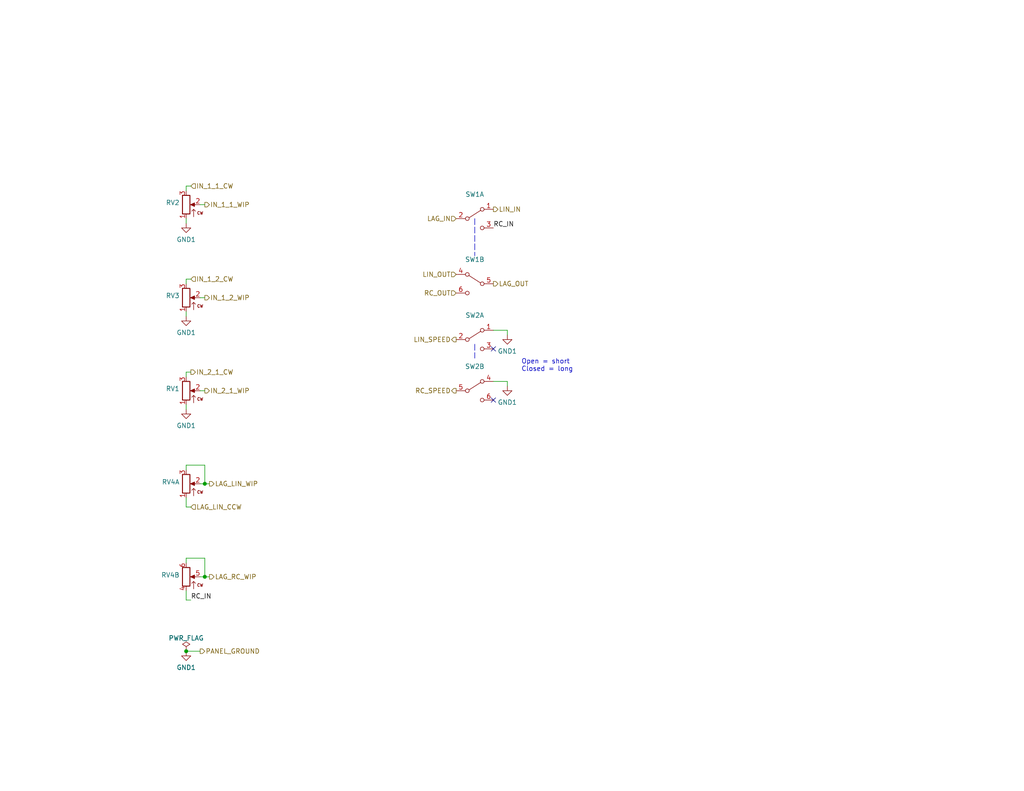
<source format=kicad_sch>
(kicad_sch (version 20211123) (generator eeschema)
  (paper "USLetter")
  (title_block (title "ARP 2600 style voltage processor") (date "2022-03-23") (company "Rich Holmes / Analog Output") (comment 1 "or neighboring rights to this work. Published from United States.") (comment 2 "To the extent possible under law, Richard Holmes has waived all copyright and related "))
  (lib_symbols
    (symbol "R_POT_1" (pin_names (offset 1.016) hide)
      (property "Reference" "RV" (at -4.445 0 90))
      (property "Value" "R_POT_1" (at -2.54 0 90))
      (symbol "R_POT_1_0_0"
        (text "CW" (at 3.81 -2.286 0) (effects (font (size 0.762 0.762))))
      )
      (symbol "R_POT_1_0_1"
        (rectangle (start -1.016 2.54) (end 1.016 -2.54) (stroke (width 0.254)))
        (polyline (pts (xy 2.032 -3.302) (xy 2.032 -1.27)) (stroke (width 0.1524)))
        (polyline (pts (xy 2.54 0) (xy 1.524 0)))
        (polyline (pts (xy 2.54 -1.778) (xy 2.032 -1.27) (xy 1.524 -1.778)) (stroke (width 0.1524)))
        (polyline (pts (xy 1.143 0) (xy 2.286 -0.508) (xy 2.286 0.508) (xy 1.143 0)) (fill (type outline)))
      )
      (symbol "R_POT_1_1_1"
        (pin passive line (at 0 -3.81 90) (length 1.27) (name "1") (number "1"))
        (pin passive line (at 3.81 0 180) (length 1.27) (name "2") (number "2"))
        (pin passive line (at 0 3.81 270) (length 1.27) (name "3") (number "3"))
      )
    )
    (symbol "Switch:SW_DPDT_x2" (pin_names (offset 0) hide)
      (property "Reference" "SW" (at 0 4.318 0))
      (property "Value" "SW_DPDT_x2" (at 0 -5.08 0))
      (symbol "SW_DPDT_x2_0_0"
        (circle (center -2.032 0) (radius 0.508))
        (circle (center 2.032 -2.54) (radius 0.508))
      )
      (symbol "SW_DPDT_x2_0_1"
        (polyline (pts (xy -1.524 0.254) (xy 1.651 2.286)))
        (circle (center 2.032 2.54) (radius 0.508))
      )
      (symbol "SW_DPDT_x2_1_1"
        (pin passive line (at 5.08 2.54 180) (length 2.54) (name "A") (number "1"))
        (pin passive line (at -5.08 0 0) (length 2.54) (name "B") (number "2"))
        (pin passive line (at 5.08 -2.54 180) (length 2.54) (name "C") (number "3"))
      )
      (symbol "SW_DPDT_x2_2_1"
        (pin passive line (at 5.08 2.54 180) (length 2.54) (name "A") (number "4"))
        (pin passive line (at -5.08 0 0) (length 2.54) (name "B") (number "5"))
        (pin passive line (at 5.08 -2.54 180) (length 2.54) (name "C") (number "6"))
      )
    )
    (symbol "ao_symbols:R_POT" (pin_names (offset 1.016) hide)
      (property "Reference" "RV" (at -4.445 0 90))
      (property "Value" "R_POT" (at -2.54 0 90))
      (symbol "R_POT_0_0"
        (text "CW" (at 3.81 -2.286 0) (effects (font (size 0.762 0.762))))
      )
      (symbol "R_POT_0_1"
        (rectangle (start -1.016 2.54) (end 1.016 -2.54) (stroke (width 0.254)))
        (polyline (pts (xy 2.032 -3.302) (xy 2.032 -1.27)) (stroke (width 0.1524)))
        (polyline (pts (xy 2.54 0) (xy 1.524 0)))
        (polyline (pts (xy 2.54 -1.778) (xy 2.032 -1.27) (xy 1.524 -1.778)) (stroke (width 0.1524)))
        (polyline (pts (xy 1.143 0) (xy 2.286 -0.508) (xy 2.286 0.508) (xy 1.143 0)) (fill (type outline)))
      )
      (symbol "R_POT_1_1"
        (pin passive line (at 0 -3.81 90) (length 1.27) (name "1") (number "1"))
        (pin passive line (at 3.81 0 180) (length 1.27) (name "2") (number "2"))
        (pin passive line (at 0 3.81 270) (length 1.27) (name "3") (number "3"))
      )
    )
    (symbol "ao_symbols:R_POT_Dual_Separate" (pin_names (offset 1.016) hide)
      (property "Reference" "RV" (at -4.445 0 90))
      (property "Value" "R_POT_Dual_Separate" (at -2.54 0 90))
      (symbol "R_POT_Dual_Separate_0_0"
        (text "CW" (at 3.81 -2.286 0) (effects (font (size 0.762 0.762))))
      )
      (symbol "R_POT_Dual_Separate_0_1"
        (polyline (pts (xy 2.032 -3.302) (xy 2.032 -1.27)) (stroke (width 0.1524)))
        (polyline (pts (xy 2.54 0) (xy 1.524 0)))
        (polyline (pts (xy 2.54 -1.778) (xy 2.032 -1.27) (xy 1.524 -1.778)) (stroke (width 0.1524)))
        (polyline (pts (xy 1.143 0) (xy 2.286 0.508) (xy 2.286 -0.508) (xy 1.143 0)) (fill (type outline)))
        (rectangle (start 1.016 2.54) (end -1.016 -2.54) (stroke (width 0.254)))
      )
      (symbol "R_POT_Dual_Separate_1_1"
        (pin passive line (at 0 -3.81 90) (length 1.27) (name "1") (number "1"))
        (pin passive line (at 3.81 0 180) (length 1.27) (name "2") (number "2"))
        (pin passive line (at 0 3.81 270) (length 1.27) (name "3") (number "3"))
      )
      (symbol "R_POT_Dual_Separate_2_1"
        (pin passive line (at 0 -3.81 90) (length 1.27) (name "4") (number "4"))
        (pin passive line (at 3.81 0 180) (length 1.27) (name "5") (number "5"))
        (pin passive line (at 0 3.81 270) (length 1.27) (name "6") (number "6"))
      )
    )
    (symbol "power:GND1" (power) (pin_names (offset 0))
      (property "Value" "GND1" (at 0 -3.81 0))
      (symbol "GND1_0_1"
        (polyline (pts (xy 0 0) (xy 0 -1.27) (xy 1.27 -1.27) (xy 0 -2.54) (xy -1.27 -1.27) (xy 0 -1.27)))
      )
      (symbol "GND1_1_1"
        (pin power_in line (at 0 0 270) (length 0) hide (name "GND1") (number "1"))
      )
    )
    (symbol "power:PWR_FLAG" (power) (pin_numbers hide) (pin_names (offset 0) hide)
      (property "Value" "PWR_FLAG" (at 0 3.81 0))
      (symbol "PWR_FLAG_0_0"
        (pin power_out line (at 0 0 90) (length 0) (name "pwr") (number "1"))
      )
      (symbol "PWR_FLAG_0_1"
        (polyline (pts (xy 0 0) (xy 0 1.27) (xy -1.016 1.905) (xy 0 2.54) (xy 1.016 1.905) (xy 0 1.27)))
      )
    )
  )
  (junction (at 55.88 132.08))
  (junction (at 50.8 177.8))
  (junction (at 55.88 157.48))
  (no_connect (at 134.62 109.22))
  (no_connect (at 134.62 95.25))
  (wire (pts (xy 50.8 127) (xy 55.88 127)))
  (wire (pts (xy 50.8 50.8) (xy 52.07 50.8)))
  (wire (pts (xy 50.8 161.29) (xy 50.8 163.83)))
  (wire (pts (xy 54.61 81.28) (xy 55.88 81.28)))
  (wire (pts (xy 50.8 163.83) (xy 52.07 163.83)))
  (wire (pts (xy 50.8 138.43) (xy 52.07 138.43)))
  (wire (pts (xy 50.8 135.89) (xy 50.8 138.43)))
  (polyline (pts (xy 129.54 59.69) (xy 129.54 69.85)))
  (wire (pts (xy 134.62 104.14) (xy 138.43 104.14)))
  (wire (pts (xy 50.8 153.67) (xy 50.8 152.4)))
  (wire (pts (xy 138.43 104.14) (xy 138.43 105.41)))
  (wire (pts (xy 54.61 106.68) (xy 55.88 106.68)))
  (wire (pts (xy 57.15 132.08) (xy 55.88 132.08)))
  (wire (pts (xy 134.62 90.17) (xy 138.43 90.17)))
  (wire (pts (xy 50.8 111.76) (xy 50.8 110.49)))
  (wire (pts (xy 54.61 177.8) (xy 50.8 177.8)))
  (wire (pts (xy 50.8 76.2) (xy 52.07 76.2)))
  (wire (pts (xy 54.61 55.88) (xy 55.88 55.88)))
  (wire (pts (xy 50.8 102.87) (xy 50.8 101.6)))
  (wire (pts (xy 55.88 152.4) (xy 55.88 157.48)))
  (wire (pts (xy 55.88 157.48) (xy 54.61 157.48)))
  (wire (pts (xy 50.8 86.36) (xy 50.8 85.09)))
  (wire (pts (xy 50.8 152.4) (xy 55.88 152.4)))
  (wire (pts (xy 50.8 77.47) (xy 50.8 76.2)))
  (wire (pts (xy 55.88 127) (xy 55.88 132.08)))
  (wire (pts (xy 50.8 101.6) (xy 52.07 101.6)))
  (wire (pts (xy 138.43 90.17) (xy 138.43 91.44)))
  (wire (pts (xy 54.61 132.08) (xy 55.88 132.08)))
  (wire (pts (xy 50.8 52.07) (xy 50.8 50.8)))
  (wire (pts (xy 50.8 128.27) (xy 50.8 127)))
  (wire (pts (xy 50.8 60.96) (xy 50.8 59.69)))
  (polyline (pts (xy 129.54 93.98) (xy 129.54 97.79)))
  (wire (pts (xy 57.15 157.48) (xy 55.88 157.48)))
  (text "Open = short\nClosed = long" (at 142.24 101.6 0) (effects (font (size 1.27 1.27)) (justify left bottom)))
  (label "RC_IN" (at 134.62 62.23 0))
  (label "RC_IN" (at 52.07 163.83 0))
  (hierarchical_label "IN_2_1_CW" (shape output) (at 52.07 101.6 0))
  (hierarchical_label "IN_1_1_WIP" (shape output) (at 55.88 55.88 0))
  (hierarchical_label "IN_1_1_CW" (shape input) (at 52.07 50.8 0))
  (hierarchical_label "LIN_SPEED" (shape output) (at 124.46 92.71 180))
  (hierarchical_label "LIN_IN" (shape output) (at 134.62 57.15 0))
  (hierarchical_label "LAG_LIN_WIP" (shape output) (at 57.15 132.08 0))
  (hierarchical_label "IN_1_2_WIP" (shape output) (at 55.88 81.28 0))
  (hierarchical_label "RC_OUT" (shape input) (at 124.46 80.01 180))
  (hierarchical_label "RC_SPEED" (shape output) (at 124.46 106.68 180))
  (hierarchical_label "IN_2_1_WIP" (shape output) (at 55.88 106.68 0))
  (hierarchical_label "PANEL_GROUND" (shape output) (at 54.61 177.8 0))
  (hierarchical_label "LIN_OUT" (shape input) (at 124.46 74.93 180))
  (hierarchical_label "LAG_LIN_CCW" (shape input) (at 52.07 138.43 0))
  (hierarchical_label "LAG_IN" (shape input) (at 124.46 59.69 180))
  (hierarchical_label "IN_1_2_CW" (shape input) (at 52.07 76.2 0))
  (hierarchical_label "LAG_OUT" (shape output) (at 134.62 77.47 0))
  (hierarchical_label "LAG_RC_WIP" (shape output) (at 57.15 157.48 0))
  (symbol (lib_id "ao_symbols:R_POT") (at 50.8 81.28 0) (unit 1) (on_board no)
    (property "Reference" "RV3" (at 49.022 80.7271 0) (effects (justify right)))
    (property "Vendor" "Tayda" (effects hide))
  )
  (symbol (lib_id "Switch:SW_DPDT_x2") (at 129.54 59.69 0) (unit 1)
    (property "Reference" "SW1" (at 129.54 53.0692 0))
  )
  (symbol (lib_id "power:GND1") (at 50.8 177.8 0) (unit 1)
    (property "Reference" "#PWR043" (effects hide))
    (property "Value" "GND1" (at 50.8 182.2434 0))
  )
  (symbol (lib_id "ao_symbols:R_POT_Dual_Separate") (at 50.8 132.08 0) (unit 1)
    (property "Reference" "RV4" (at 49.022 131.6009 0) (effects (justify right)))
  )
  (symbol (lib_id "power:GND1") (at 50.8 60.96 0) (unit 1)
    (property "Reference" "#PWR040" (effects hide))
    (property "Value" "GND1" (at 50.8 65.4034 0))
  )
  (symbol (lib_id "power:PWR_FLAG") (at 50.8 177.8 0) (unit 1)
    (property "Reference" "#FLG03" (effects hide))
    (property "Value" "PWR_FLAG" (at 50.8 174.2242 0))
  )
  (symbol (lib_id "power:GND1") (at 50.8 86.36 0) (unit 1)
    (property "Reference" "#PWR041" (effects hide))
    (property "Value" "GND1" (at 50.8 90.8034 0))
  )
  (symbol (lib_id "Switch:SW_DPDT_x2") (at 129.54 92.71 0) (unit 1)
    (property "Reference" "SW2" (at 129.54 86.0892 0))
  )
  (symbol (lib_id "power:GND1") (at 138.43 91.44 0) (unit 1)
    (property "Reference" "#PWR044" (effects hide))
    (property "Value" "GND1" (at 138.43 95.8834 0))
  )
  (symbol (lib_id "ao_symbols:R_POT_Dual_Separate") (at 50.8 157.48 0) (unit 2)
    (property "Reference" "RV4" (at 49.022 157.0009 0) (effects (justify right)))
  )
  (symbol (lib_name "R_POT_1") (lib_id "ao_symbols:R_POT") (at 50.8 55.88 0) (unit 1) (on_board no)
    (property "Reference" "RV2" (at 49.022 55.3271 0) (effects (justify right)))
    (property "Vendor" "Tayda" (effects hide))
  )
  (symbol (lib_id "power:GND1") (at 50.8 111.76 0) (unit 1)
    (property "Reference" "#PWR042" (effects hide))
    (property "Value" "GND1" (at 50.8 116.2034 0))
  )
  (symbol (lib_id "ao_symbols:R_POT") (at 50.8 106.68 0) (unit 1)
    (property "Reference" "RV1" (at 49.022 106.1271 0) (effects (justify right)))
    (property "Vendor" "Tayda" (effects hide))
  )
  (symbol (lib_id "Switch:SW_DPDT_x2") (at 129.54 77.47 0) (mirror y) (unit 2)
    (property "Reference" "SW1" (at 129.54 70.8492 0))
  )
  (symbol (lib_id "Switch:SW_DPDT_x2") (at 129.54 106.68 0) (unit 2)
    (property "Reference" "SW2" (at 129.54 100.0592 0))
  )
  (symbol (lib_id "power:GND1") (at 138.43 105.41 0) (unit 1)
    (property "Reference" "#PWR045" (effects hide))
    (property "Value" "GND1" (at 138.43 109.8534 0))
  )
)
</source>
